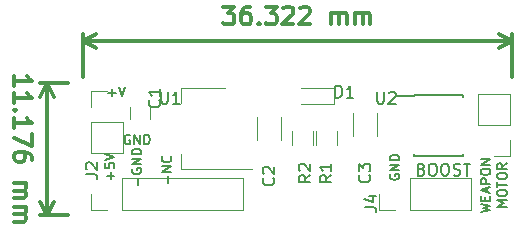
<source format=gbr>
G04 #@! TF.GenerationSoftware,KiCad,Pcbnew,(5.0.1)-3*
G04 #@! TF.CreationDate,2018-11-11T09:41:54+00:00*
G04 #@! TF.ProjectId,betsiepower2,626574736965706F776572322E6B6963,rev?*
G04 #@! TF.SameCoordinates,Original*
G04 #@! TF.FileFunction,Legend,Top*
G04 #@! TF.FilePolarity,Positive*
%FSLAX46Y46*%
G04 Gerber Fmt 4.6, Leading zero omitted, Abs format (unit mm)*
G04 Created by KiCad (PCBNEW (5.0.1)-3) date 11/11/2018 09:41:54*
%MOMM*%
%LPD*%
G01*
G04 APERTURE LIST*
%ADD10C,0.200000*%
%ADD11C,0.300000*%
%ADD12C,0.120000*%
%ADD13C,0.150000*%
G04 APERTURE END LIST*
D10*
X134480380Y-90481142D02*
X135089904Y-90481142D01*
X134785142Y-90785904D02*
X134785142Y-90176380D01*
X135356571Y-89985904D02*
X135623238Y-90785904D01*
X135889904Y-89985904D01*
X136296476Y-94088000D02*
X136220285Y-94049904D01*
X136106000Y-94049904D01*
X135991714Y-94088000D01*
X135915523Y-94164190D01*
X135877428Y-94240380D01*
X135839333Y-94392761D01*
X135839333Y-94507047D01*
X135877428Y-94659428D01*
X135915523Y-94735619D01*
X135991714Y-94811809D01*
X136106000Y-94849904D01*
X136182190Y-94849904D01*
X136296476Y-94811809D01*
X136334571Y-94773714D01*
X136334571Y-94507047D01*
X136182190Y-94507047D01*
X136677428Y-94849904D02*
X136677428Y-94049904D01*
X137134571Y-94849904D01*
X137134571Y-94049904D01*
X137515523Y-94849904D02*
X137515523Y-94049904D01*
X137706000Y-94049904D01*
X137820285Y-94088000D01*
X137896476Y-94164190D01*
X137934571Y-94240380D01*
X137972666Y-94392761D01*
X137972666Y-94507047D01*
X137934571Y-94659428D01*
X137896476Y-94735619D01*
X137820285Y-94811809D01*
X137706000Y-94849904D01*
X137515523Y-94849904D01*
D11*
X126507428Y-89892857D02*
X126507428Y-89035714D01*
X126507428Y-89464285D02*
X128007428Y-89464285D01*
X127793142Y-89321428D01*
X127650285Y-89178571D01*
X127578857Y-89035714D01*
X126507428Y-91321428D02*
X126507428Y-90464285D01*
X126507428Y-90892857D02*
X128007428Y-90892857D01*
X127793142Y-90750000D01*
X127650285Y-90607142D01*
X127578857Y-90464285D01*
X126650285Y-91964285D02*
X126578857Y-92035714D01*
X126507428Y-91964285D01*
X126578857Y-91892857D01*
X126650285Y-91964285D01*
X126507428Y-91964285D01*
X126507428Y-93464285D02*
X126507428Y-92607142D01*
X126507428Y-93035714D02*
X128007428Y-93035714D01*
X127793142Y-92892857D01*
X127650285Y-92750000D01*
X127578857Y-92607142D01*
X128007428Y-93964285D02*
X128007428Y-94964285D01*
X126507428Y-94321428D01*
X128007428Y-96178571D02*
X128007428Y-95892857D01*
X127936000Y-95750000D01*
X127864571Y-95678571D01*
X127650285Y-95535714D01*
X127364571Y-95464285D01*
X126793142Y-95464285D01*
X126650285Y-95535714D01*
X126578857Y-95607142D01*
X126507428Y-95750000D01*
X126507428Y-96035714D01*
X126578857Y-96178571D01*
X126650285Y-96250000D01*
X126793142Y-96321428D01*
X127150285Y-96321428D01*
X127293142Y-96250000D01*
X127364571Y-96178571D01*
X127436000Y-96035714D01*
X127436000Y-95750000D01*
X127364571Y-95607142D01*
X127293142Y-95535714D01*
X127150285Y-95464285D01*
X126507428Y-98107142D02*
X127507428Y-98107142D01*
X127364571Y-98107142D02*
X127436000Y-98178571D01*
X127507428Y-98321428D01*
X127507428Y-98535714D01*
X127436000Y-98678571D01*
X127293142Y-98750000D01*
X126507428Y-98750000D01*
X127293142Y-98750000D02*
X127436000Y-98821428D01*
X127507428Y-98964285D01*
X127507428Y-99178571D01*
X127436000Y-99321428D01*
X127293142Y-99392857D01*
X126507428Y-99392857D01*
X126507428Y-100107142D02*
X127507428Y-100107142D01*
X127364571Y-100107142D02*
X127436000Y-100178571D01*
X127507428Y-100321428D01*
X127507428Y-100535714D01*
X127436000Y-100678571D01*
X127293142Y-100750000D01*
X126507428Y-100750000D01*
X127293142Y-100750000D02*
X127436000Y-100821428D01*
X127507428Y-100964285D01*
X127507428Y-101178571D01*
X127436000Y-101321428D01*
X127293142Y-101392857D01*
X126507428Y-101392857D01*
X129286000Y-89662000D02*
X129286000Y-100838000D01*
X131064000Y-89662000D02*
X128699579Y-89662000D01*
X131064000Y-100838000D02*
X128699579Y-100838000D01*
X129286000Y-100838000D02*
X128699579Y-99711496D01*
X129286000Y-100838000D02*
X129872421Y-99711496D01*
X129286000Y-89662000D02*
X128699579Y-90788504D01*
X129286000Y-89662000D02*
X129872421Y-90788504D01*
X144209285Y-83184571D02*
X145137857Y-83184571D01*
X144637857Y-83756000D01*
X144852142Y-83756000D01*
X144995000Y-83827428D01*
X145066428Y-83898857D01*
X145137857Y-84041714D01*
X145137857Y-84398857D01*
X145066428Y-84541714D01*
X144995000Y-84613142D01*
X144852142Y-84684571D01*
X144423571Y-84684571D01*
X144280714Y-84613142D01*
X144209285Y-84541714D01*
X146423571Y-83184571D02*
X146137857Y-83184571D01*
X145995000Y-83256000D01*
X145923571Y-83327428D01*
X145780714Y-83541714D01*
X145709285Y-83827428D01*
X145709285Y-84398857D01*
X145780714Y-84541714D01*
X145852142Y-84613142D01*
X145995000Y-84684571D01*
X146280714Y-84684571D01*
X146423571Y-84613142D01*
X146495000Y-84541714D01*
X146566428Y-84398857D01*
X146566428Y-84041714D01*
X146495000Y-83898857D01*
X146423571Y-83827428D01*
X146280714Y-83756000D01*
X145995000Y-83756000D01*
X145852142Y-83827428D01*
X145780714Y-83898857D01*
X145709285Y-84041714D01*
X147209285Y-84541714D02*
X147280714Y-84613142D01*
X147209285Y-84684571D01*
X147137857Y-84613142D01*
X147209285Y-84541714D01*
X147209285Y-84684571D01*
X147780714Y-83184571D02*
X148709285Y-83184571D01*
X148209285Y-83756000D01*
X148423571Y-83756000D01*
X148566428Y-83827428D01*
X148637857Y-83898857D01*
X148709285Y-84041714D01*
X148709285Y-84398857D01*
X148637857Y-84541714D01*
X148566428Y-84613142D01*
X148423571Y-84684571D01*
X147995000Y-84684571D01*
X147852142Y-84613142D01*
X147780714Y-84541714D01*
X149280714Y-83327428D02*
X149352142Y-83256000D01*
X149495000Y-83184571D01*
X149852142Y-83184571D01*
X149995000Y-83256000D01*
X150066428Y-83327428D01*
X150137857Y-83470285D01*
X150137857Y-83613142D01*
X150066428Y-83827428D01*
X149209285Y-84684571D01*
X150137857Y-84684571D01*
X150709285Y-83327428D02*
X150780714Y-83256000D01*
X150923571Y-83184571D01*
X151280714Y-83184571D01*
X151423571Y-83256000D01*
X151495000Y-83327428D01*
X151566428Y-83470285D01*
X151566428Y-83613142D01*
X151495000Y-83827428D01*
X150637857Y-84684571D01*
X151566428Y-84684571D01*
X153352142Y-84684571D02*
X153352142Y-83684571D01*
X153352142Y-83827428D02*
X153423571Y-83756000D01*
X153566428Y-83684571D01*
X153780714Y-83684571D01*
X153923571Y-83756000D01*
X153995000Y-83898857D01*
X153995000Y-84684571D01*
X153995000Y-83898857D02*
X154066428Y-83756000D01*
X154209285Y-83684571D01*
X154423571Y-83684571D01*
X154566428Y-83756000D01*
X154637857Y-83898857D01*
X154637857Y-84684571D01*
X155352142Y-84684571D02*
X155352142Y-83684571D01*
X155352142Y-83827428D02*
X155423571Y-83756000D01*
X155566428Y-83684571D01*
X155780714Y-83684571D01*
X155923571Y-83756000D01*
X155995000Y-83898857D01*
X155995000Y-84684571D01*
X155995000Y-83898857D02*
X156066428Y-83756000D01*
X156209285Y-83684571D01*
X156423571Y-83684571D01*
X156566428Y-83756000D01*
X156637857Y-83898857D01*
X156637857Y-84684571D01*
X168656000Y-86106000D02*
X132334000Y-86106000D01*
X168656000Y-89154000D02*
X168656000Y-85519579D01*
X132334000Y-89154000D02*
X132334000Y-85519579D01*
X132334000Y-86106000D02*
X133460504Y-85519579D01*
X132334000Y-86106000D02*
X133460504Y-86692421D01*
X168656000Y-86106000D02*
X167529496Y-85519579D01*
X168656000Y-86106000D02*
X167529496Y-86692421D01*
D10*
X165993904Y-100583714D02*
X166793904Y-100393238D01*
X166222476Y-100240857D01*
X166793904Y-100088476D01*
X165993904Y-99898000D01*
X166374857Y-99593238D02*
X166374857Y-99326571D01*
X166793904Y-99212285D02*
X166793904Y-99593238D01*
X165993904Y-99593238D01*
X165993904Y-99212285D01*
X166565333Y-98907523D02*
X166565333Y-98526571D01*
X166793904Y-98983714D02*
X165993904Y-98717047D01*
X166793904Y-98450380D01*
X166793904Y-98183714D02*
X165993904Y-98183714D01*
X165993904Y-97878952D01*
X166032000Y-97802761D01*
X166070095Y-97764666D01*
X166146285Y-97726571D01*
X166260571Y-97726571D01*
X166336761Y-97764666D01*
X166374857Y-97802761D01*
X166412952Y-97878952D01*
X166412952Y-98183714D01*
X165993904Y-97231333D02*
X165993904Y-97078952D01*
X166032000Y-97002761D01*
X166108190Y-96926571D01*
X166260571Y-96888476D01*
X166527238Y-96888476D01*
X166679619Y-96926571D01*
X166755809Y-97002761D01*
X166793904Y-97078952D01*
X166793904Y-97231333D01*
X166755809Y-97307523D01*
X166679619Y-97383714D01*
X166527238Y-97421809D01*
X166260571Y-97421809D01*
X166108190Y-97383714D01*
X166032000Y-97307523D01*
X165993904Y-97231333D01*
X166793904Y-96545619D02*
X165993904Y-96545619D01*
X166793904Y-96088476D01*
X165993904Y-96088476D01*
X168193904Y-100107523D02*
X167393904Y-100107523D01*
X167965333Y-99840857D01*
X167393904Y-99574190D01*
X168193904Y-99574190D01*
X167393904Y-99040857D02*
X167393904Y-98888476D01*
X167432000Y-98812285D01*
X167508190Y-98736095D01*
X167660571Y-98698000D01*
X167927238Y-98698000D01*
X168079619Y-98736095D01*
X168155809Y-98812285D01*
X168193904Y-98888476D01*
X168193904Y-99040857D01*
X168155809Y-99117047D01*
X168079619Y-99193238D01*
X167927238Y-99231333D01*
X167660571Y-99231333D01*
X167508190Y-99193238D01*
X167432000Y-99117047D01*
X167393904Y-99040857D01*
X167393904Y-98469428D02*
X167393904Y-98012285D01*
X168193904Y-98240857D02*
X167393904Y-98240857D01*
X167393904Y-97593238D02*
X167393904Y-97440857D01*
X167432000Y-97364666D01*
X167508190Y-97288476D01*
X167660571Y-97250380D01*
X167927238Y-97250380D01*
X168079619Y-97288476D01*
X168155809Y-97364666D01*
X168193904Y-97440857D01*
X168193904Y-97593238D01*
X168155809Y-97669428D01*
X168079619Y-97745619D01*
X167927238Y-97783714D01*
X167660571Y-97783714D01*
X167508190Y-97745619D01*
X167432000Y-97669428D01*
X167393904Y-97593238D01*
X168193904Y-96450380D02*
X167812952Y-96717047D01*
X168193904Y-96907523D02*
X167393904Y-96907523D01*
X167393904Y-96602761D01*
X167432000Y-96526571D01*
X167470095Y-96488476D01*
X167546285Y-96450380D01*
X167660571Y-96450380D01*
X167736761Y-96488476D01*
X167774857Y-96526571D01*
X167812952Y-96602761D01*
X167812952Y-96907523D01*
X160980666Y-96956571D02*
X161123523Y-97004190D01*
X161171142Y-97051809D01*
X161218761Y-97147047D01*
X161218761Y-97289904D01*
X161171142Y-97385142D01*
X161123523Y-97432761D01*
X161028285Y-97480380D01*
X160647333Y-97480380D01*
X160647333Y-96480380D01*
X160980666Y-96480380D01*
X161075904Y-96528000D01*
X161123523Y-96575619D01*
X161171142Y-96670857D01*
X161171142Y-96766095D01*
X161123523Y-96861333D01*
X161075904Y-96908952D01*
X160980666Y-96956571D01*
X160647333Y-96956571D01*
X161837809Y-96480380D02*
X162028285Y-96480380D01*
X162123523Y-96528000D01*
X162218761Y-96623238D01*
X162266380Y-96813714D01*
X162266380Y-97147047D01*
X162218761Y-97337523D01*
X162123523Y-97432761D01*
X162028285Y-97480380D01*
X161837809Y-97480380D01*
X161742571Y-97432761D01*
X161647333Y-97337523D01*
X161599714Y-97147047D01*
X161599714Y-96813714D01*
X161647333Y-96623238D01*
X161742571Y-96528000D01*
X161837809Y-96480380D01*
X162885428Y-96480380D02*
X163075904Y-96480380D01*
X163171142Y-96528000D01*
X163266380Y-96623238D01*
X163314000Y-96813714D01*
X163314000Y-97147047D01*
X163266380Y-97337523D01*
X163171142Y-97432761D01*
X163075904Y-97480380D01*
X162885428Y-97480380D01*
X162790190Y-97432761D01*
X162694952Y-97337523D01*
X162647333Y-97147047D01*
X162647333Y-96813714D01*
X162694952Y-96623238D01*
X162790190Y-96528000D01*
X162885428Y-96480380D01*
X163694952Y-97432761D02*
X163837809Y-97480380D01*
X164075904Y-97480380D01*
X164171142Y-97432761D01*
X164218761Y-97385142D01*
X164266380Y-97289904D01*
X164266380Y-97194666D01*
X164218761Y-97099428D01*
X164171142Y-97051809D01*
X164075904Y-97004190D01*
X163885428Y-96956571D01*
X163790190Y-96908952D01*
X163742571Y-96861333D01*
X163694952Y-96766095D01*
X163694952Y-96670857D01*
X163742571Y-96575619D01*
X163790190Y-96528000D01*
X163885428Y-96480380D01*
X164123523Y-96480380D01*
X164266380Y-96528000D01*
X164552095Y-96480380D02*
X165123523Y-96480380D01*
X164837809Y-97480380D02*
X164837809Y-96480380D01*
X158350000Y-97383523D02*
X158311904Y-97459714D01*
X158311904Y-97574000D01*
X158350000Y-97688285D01*
X158426190Y-97764476D01*
X158502380Y-97802571D01*
X158654761Y-97840666D01*
X158769047Y-97840666D01*
X158921428Y-97802571D01*
X158997619Y-97764476D01*
X159073809Y-97688285D01*
X159111904Y-97574000D01*
X159111904Y-97497809D01*
X159073809Y-97383523D01*
X159035714Y-97345428D01*
X158769047Y-97345428D01*
X158769047Y-97497809D01*
X159111904Y-97002571D02*
X158311904Y-97002571D01*
X159111904Y-96545428D01*
X158311904Y-96545428D01*
X159111904Y-96164476D02*
X158311904Y-96164476D01*
X158311904Y-95974000D01*
X158350000Y-95859714D01*
X158426190Y-95783523D01*
X158502380Y-95745428D01*
X158654761Y-95707333D01*
X158769047Y-95707333D01*
X158921428Y-95745428D01*
X158997619Y-95783523D01*
X159073809Y-95859714D01*
X159111904Y-95974000D01*
X159111904Y-96164476D01*
X139503142Y-98151809D02*
X139503142Y-97542285D01*
X139807904Y-97161333D02*
X139007904Y-97161333D01*
X139807904Y-96704190D01*
X139007904Y-96704190D01*
X139731714Y-95866095D02*
X139769809Y-95904190D01*
X139807904Y-96018476D01*
X139807904Y-96094666D01*
X139769809Y-96208952D01*
X139693619Y-96285142D01*
X139617428Y-96323238D01*
X139465047Y-96361333D01*
X139350761Y-96361333D01*
X139198380Y-96323238D01*
X139122190Y-96285142D01*
X139046000Y-96208952D01*
X139007904Y-96094666D01*
X139007904Y-96018476D01*
X139046000Y-95904190D01*
X139084095Y-95866095D01*
X136963142Y-98297809D02*
X136963142Y-97688285D01*
X136506000Y-96888285D02*
X136467904Y-96964476D01*
X136467904Y-97078761D01*
X136506000Y-97193047D01*
X136582190Y-97269238D01*
X136658380Y-97307333D01*
X136810761Y-97345428D01*
X136925047Y-97345428D01*
X137077428Y-97307333D01*
X137153619Y-97269238D01*
X137229809Y-97193047D01*
X137267904Y-97078761D01*
X137267904Y-97002571D01*
X137229809Y-96888285D01*
X137191714Y-96850190D01*
X136925047Y-96850190D01*
X136925047Y-97002571D01*
X137267904Y-96507333D02*
X136467904Y-96507333D01*
X137267904Y-96050190D01*
X136467904Y-96050190D01*
X137267904Y-95669238D02*
X136467904Y-95669238D01*
X136467904Y-95478761D01*
X136506000Y-95364476D01*
X136582190Y-95288285D01*
X136658380Y-95250190D01*
X136810761Y-95212095D01*
X136925047Y-95212095D01*
X137077428Y-95250190D01*
X137153619Y-95288285D01*
X137229809Y-95364476D01*
X137267904Y-95478761D01*
X137267904Y-95669238D01*
X134677142Y-97802571D02*
X134677142Y-97193047D01*
X134981904Y-97497809D02*
X134372380Y-97497809D01*
X134181904Y-96431142D02*
X134181904Y-96812095D01*
X134562857Y-96850190D01*
X134524761Y-96812095D01*
X134486666Y-96735904D01*
X134486666Y-96545428D01*
X134524761Y-96469238D01*
X134562857Y-96431142D01*
X134639047Y-96393047D01*
X134829523Y-96393047D01*
X134905714Y-96431142D01*
X134943809Y-96469238D01*
X134981904Y-96545428D01*
X134981904Y-96735904D01*
X134943809Y-96812095D01*
X134905714Y-96850190D01*
X134181904Y-96164476D02*
X134981904Y-95897809D01*
X134181904Y-95631142D01*
D12*
G04 #@! TO.C,C1*
X136310000Y-91682000D02*
X136310000Y-92682000D01*
X138010000Y-92682000D02*
X138010000Y-91682000D01*
G04 #@! TO.C,C2*
X147062000Y-92504000D02*
X147062000Y-94504000D01*
X149102000Y-94504000D02*
X149102000Y-92504000D01*
G04 #@! TO.C,C3*
X155190000Y-92144000D02*
X155190000Y-94144000D01*
X157230000Y-94144000D02*
X157230000Y-92144000D01*
G04 #@! TO.C,D1*
X153608000Y-91444000D02*
X150808000Y-91444000D01*
X153608000Y-90044000D02*
X150808000Y-90044000D01*
X153608000Y-91444000D02*
X153608000Y-90044000D01*
G04 #@! TO.C,J1*
X133036000Y-90364000D02*
X134366000Y-90364000D01*
X133036000Y-91694000D02*
X133036000Y-90364000D01*
X133036000Y-92964000D02*
X135696000Y-92964000D01*
X135696000Y-92964000D02*
X135696000Y-95564000D01*
X133036000Y-92964000D02*
X133036000Y-95564000D01*
X133036000Y-95564000D02*
X135696000Y-95564000D01*
G04 #@! TO.C,J2*
X133036000Y-100390000D02*
X133036000Y-99060000D01*
X134366000Y-100390000D02*
X133036000Y-100390000D01*
X135636000Y-100390000D02*
X135636000Y-97730000D01*
X135636000Y-97730000D02*
X145856000Y-97730000D01*
X135636000Y-100390000D02*
X145856000Y-100390000D01*
X145856000Y-100390000D02*
X145856000Y-97730000D01*
G04 #@! TO.C,J3*
X168462000Y-95818000D02*
X167132000Y-95818000D01*
X168462000Y-94488000D02*
X168462000Y-95818000D01*
X168462000Y-93218000D02*
X165802000Y-93218000D01*
X165802000Y-93218000D02*
X165802000Y-90618000D01*
X168462000Y-93218000D02*
X168462000Y-90618000D01*
X168462000Y-90618000D02*
X165802000Y-90618000D01*
G04 #@! TO.C,J4*
X157420000Y-100390000D02*
X157420000Y-99060000D01*
X158750000Y-100390000D02*
X157420000Y-100390000D01*
X160020000Y-100390000D02*
X160020000Y-97730000D01*
X160020000Y-97730000D02*
X165160000Y-97730000D01*
X160020000Y-100390000D02*
X165160000Y-100390000D01*
X165160000Y-100390000D02*
X165160000Y-97730000D01*
G04 #@! TO.C,R1*
X153788000Y-93714000D02*
X153788000Y-94914000D01*
X152028000Y-94914000D02*
X152028000Y-93714000D01*
G04 #@! TO.C,R2*
X151756000Y-93714000D02*
X151756000Y-94914000D01*
X149996000Y-94914000D02*
X149996000Y-93714000D01*
G04 #@! TO.C,U1*
X146594000Y-96904000D02*
X140584000Y-96904000D01*
X144344000Y-90084000D02*
X140584000Y-90084000D01*
X140584000Y-96904000D02*
X140584000Y-95644000D01*
X140584000Y-90084000D02*
X140584000Y-91344000D01*
D13*
G04 #@! TO.C,U2*
X160341000Y-90719000D02*
X158941000Y-90719000D01*
X160341000Y-95819000D02*
X164491000Y-95819000D01*
X160341000Y-90669000D02*
X164491000Y-90669000D01*
X160341000Y-95819000D02*
X160341000Y-95674000D01*
X164491000Y-95819000D02*
X164491000Y-95674000D01*
X164491000Y-90669000D02*
X164491000Y-90814000D01*
X160341000Y-90669000D02*
X160341000Y-90719000D01*
G04 #@! TO.C,C1*
X138787142Y-91098666D02*
X138834761Y-91146285D01*
X138882380Y-91289142D01*
X138882380Y-91384380D01*
X138834761Y-91527238D01*
X138739523Y-91622476D01*
X138644285Y-91670095D01*
X138453809Y-91717714D01*
X138310952Y-91717714D01*
X138120476Y-91670095D01*
X138025238Y-91622476D01*
X137930000Y-91527238D01*
X137882380Y-91384380D01*
X137882380Y-91289142D01*
X137930000Y-91146285D01*
X137977619Y-91098666D01*
X138882380Y-90146285D02*
X138882380Y-90717714D01*
X138882380Y-90432000D02*
X137882380Y-90432000D01*
X138025238Y-90527238D01*
X138120476Y-90622476D01*
X138168095Y-90717714D01*
G04 #@! TO.C,C2*
X148439142Y-97702666D02*
X148486761Y-97750285D01*
X148534380Y-97893142D01*
X148534380Y-97988380D01*
X148486761Y-98131238D01*
X148391523Y-98226476D01*
X148296285Y-98274095D01*
X148105809Y-98321714D01*
X147962952Y-98321714D01*
X147772476Y-98274095D01*
X147677238Y-98226476D01*
X147582000Y-98131238D01*
X147534380Y-97988380D01*
X147534380Y-97893142D01*
X147582000Y-97750285D01*
X147629619Y-97702666D01*
X147629619Y-97321714D02*
X147582000Y-97274095D01*
X147534380Y-97178857D01*
X147534380Y-96940761D01*
X147582000Y-96845523D01*
X147629619Y-96797904D01*
X147724857Y-96750285D01*
X147820095Y-96750285D01*
X147962952Y-96797904D01*
X148534380Y-97369333D01*
X148534380Y-96750285D01*
G04 #@! TO.C,C3*
X156567142Y-97448666D02*
X156614761Y-97496285D01*
X156662380Y-97639142D01*
X156662380Y-97734380D01*
X156614761Y-97877238D01*
X156519523Y-97972476D01*
X156424285Y-98020095D01*
X156233809Y-98067714D01*
X156090952Y-98067714D01*
X155900476Y-98020095D01*
X155805238Y-97972476D01*
X155710000Y-97877238D01*
X155662380Y-97734380D01*
X155662380Y-97639142D01*
X155710000Y-97496285D01*
X155757619Y-97448666D01*
X155662380Y-97115333D02*
X155662380Y-96496285D01*
X156043333Y-96829619D01*
X156043333Y-96686761D01*
X156090952Y-96591523D01*
X156138571Y-96543904D01*
X156233809Y-96496285D01*
X156471904Y-96496285D01*
X156567142Y-96543904D01*
X156614761Y-96591523D01*
X156662380Y-96686761D01*
X156662380Y-96972476D01*
X156614761Y-97067714D01*
X156567142Y-97115333D01*
G04 #@! TO.C,D1*
X153693904Y-90876380D02*
X153693904Y-89876380D01*
X153932000Y-89876380D01*
X154074857Y-89924000D01*
X154170095Y-90019238D01*
X154217714Y-90114476D01*
X154265333Y-90304952D01*
X154265333Y-90447809D01*
X154217714Y-90638285D01*
X154170095Y-90733523D01*
X154074857Y-90828761D01*
X153932000Y-90876380D01*
X153693904Y-90876380D01*
X155217714Y-90876380D02*
X154646285Y-90876380D01*
X154932000Y-90876380D02*
X154932000Y-89876380D01*
X154836761Y-90019238D01*
X154741523Y-90114476D01*
X154646285Y-90162095D01*
G04 #@! TO.C,J2*
X132548380Y-97361333D02*
X133262666Y-97361333D01*
X133405523Y-97408952D01*
X133500761Y-97504190D01*
X133548380Y-97647047D01*
X133548380Y-97742285D01*
X132643619Y-96932761D02*
X132596000Y-96885142D01*
X132548380Y-96789904D01*
X132548380Y-96551809D01*
X132596000Y-96456571D01*
X132643619Y-96408952D01*
X132738857Y-96361333D01*
X132834095Y-96361333D01*
X132976952Y-96408952D01*
X133548380Y-96980380D01*
X133548380Y-96361333D01*
G04 #@! TO.C,J4*
X156170380Y-100155333D02*
X156884666Y-100155333D01*
X157027523Y-100202952D01*
X157122761Y-100298190D01*
X157170380Y-100441047D01*
X157170380Y-100536285D01*
X156503714Y-99250571D02*
X157170380Y-99250571D01*
X156122761Y-99488666D02*
X156837047Y-99726761D01*
X156837047Y-99107714D01*
G04 #@! TO.C,R1*
X153360380Y-97448666D02*
X152884190Y-97782000D01*
X153360380Y-98020095D02*
X152360380Y-98020095D01*
X152360380Y-97639142D01*
X152408000Y-97543904D01*
X152455619Y-97496285D01*
X152550857Y-97448666D01*
X152693714Y-97448666D01*
X152788952Y-97496285D01*
X152836571Y-97543904D01*
X152884190Y-97639142D01*
X152884190Y-98020095D01*
X153360380Y-96496285D02*
X153360380Y-97067714D01*
X153360380Y-96782000D02*
X152360380Y-96782000D01*
X152503238Y-96877238D01*
X152598476Y-96972476D01*
X152646095Y-97067714D01*
G04 #@! TO.C,R2*
X151582380Y-97448666D02*
X151106190Y-97782000D01*
X151582380Y-98020095D02*
X150582380Y-98020095D01*
X150582380Y-97639142D01*
X150630000Y-97543904D01*
X150677619Y-97496285D01*
X150772857Y-97448666D01*
X150915714Y-97448666D01*
X151010952Y-97496285D01*
X151058571Y-97543904D01*
X151106190Y-97639142D01*
X151106190Y-98020095D01*
X150677619Y-97067714D02*
X150630000Y-97020095D01*
X150582380Y-96924857D01*
X150582380Y-96686761D01*
X150630000Y-96591523D01*
X150677619Y-96543904D01*
X150772857Y-96496285D01*
X150868095Y-96496285D01*
X151010952Y-96543904D01*
X151582380Y-97115333D01*
X151582380Y-96496285D01*
G04 #@! TO.C,U1*
X138938095Y-90384380D02*
X138938095Y-91193904D01*
X138985714Y-91289142D01*
X139033333Y-91336761D01*
X139128571Y-91384380D01*
X139319047Y-91384380D01*
X139414285Y-91336761D01*
X139461904Y-91289142D01*
X139509523Y-91193904D01*
X139509523Y-90384380D01*
X140509523Y-91384380D02*
X139938095Y-91384380D01*
X140223809Y-91384380D02*
X140223809Y-90384380D01*
X140128571Y-90527238D01*
X140033333Y-90622476D01*
X139938095Y-90670095D01*
G04 #@! TO.C,U2*
X157226095Y-90384380D02*
X157226095Y-91193904D01*
X157273714Y-91289142D01*
X157321333Y-91336761D01*
X157416571Y-91384380D01*
X157607047Y-91384380D01*
X157702285Y-91336761D01*
X157749904Y-91289142D01*
X157797523Y-91193904D01*
X157797523Y-90384380D01*
X158226095Y-90479619D02*
X158273714Y-90432000D01*
X158368952Y-90384380D01*
X158607047Y-90384380D01*
X158702285Y-90432000D01*
X158749904Y-90479619D01*
X158797523Y-90574857D01*
X158797523Y-90670095D01*
X158749904Y-90812952D01*
X158178476Y-91384380D01*
X158797523Y-91384380D01*
G04 #@! TD*
M02*

</source>
